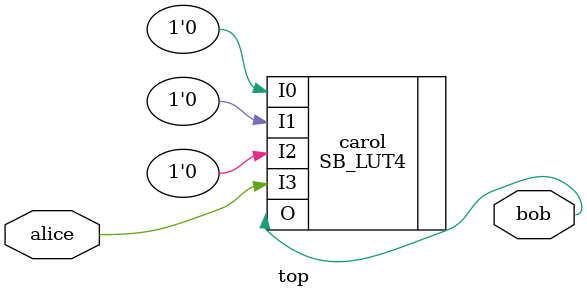
<source format=v>
module top(input alice, output bob);
	(* syn_noprune *)
	SB_LUT4 #(
		.LUT_INIT(16'b1010_1010_1010_1010)
	) carol (
		.I0(1'b0),
		.I1(1'b0),
		.I2(1'b0),
		.I3(alice),
		.O(bob)
	);
endmodule

</source>
